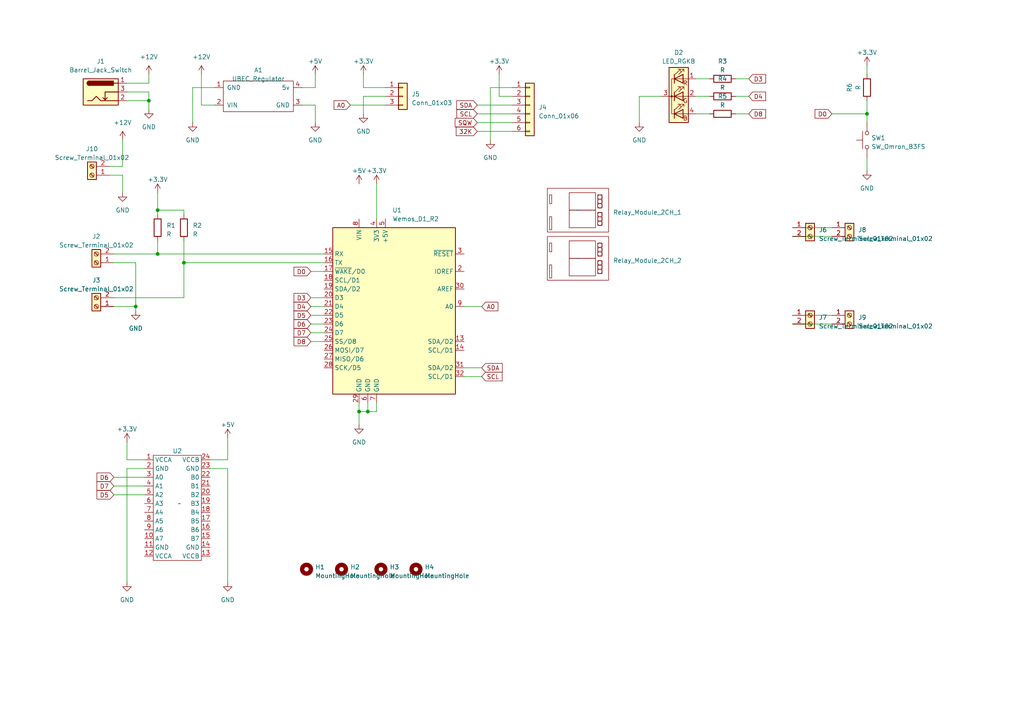
<source format=kicad_sch>
(kicad_sch (version 20230121) (generator eeschema)
  (paper "A4")
  (lib_symbols
    (symbol "Connector:Barrel_Jack_Switch" (pin_names hide)
      (property "Reference" "J" (at 0 5.334 0))
      (property "Value" "Barrel_Jack_Switch" (at 0 -5.08 0))
      (symbol "Barrel_Jack_Switch_0_1"
        (rectangle (start -5.08 3.81) (end 5.08 -3.81) (stroke (width 0.254)) (fill (type background)))
        (arc (start -3.302 3.175) (mid -3.9343 2.54) (end -3.302 1.905) (stroke (width 0.254)))
        (arc (start -3.302 3.175) (mid -3.9343 2.54) (end -3.302 1.905) (stroke (width 0.254)) (fill (type outline)))
        (polyline (pts (xy 1.27 -2.286) (xy 1.905 -1.651)) (stroke (width 0.254)))
        (polyline (pts (xy 5.08 2.54) (xy 3.81 2.54)) (stroke (width 0.254)))
        (polyline (pts (xy 5.08 0) (xy 1.27 0) (xy 1.27 -2.286) (xy 0.635 -1.651)) (stroke (width 0.254)))
        (polyline (pts (xy -3.81 -2.54) (xy -2.54 -2.54) (xy -1.27 -1.27) (xy 0 -2.54) (xy 2.54 -2.54) (xy 5.08 -2.54)) (stroke (width 0.254)))
        (rectangle (start 3.683 3.175) (end -3.302 1.905) (stroke (width 0.254)) (fill (type outline)))
      )
      (symbol "Barrel_Jack_Switch_1_1"
        (pin passive line (at 7.62 2.54 180) (length 2.54) (name "~") (number "1"))
        (pin passive line (at 7.62 -2.54 180) (length 2.54) (name "~") (number "2"))
        (pin passive line (at 7.62 0 180) (length 2.54) (name "~") (number "3"))
      )
    )
    (symbol "Connector:Screw_Terminal_01x02" (pin_names (offset 1.016) hide)
      (property "Reference" "J" (at 0 2.54 0))
      (property "Value" "Screw_Terminal_01x02" (at 0 -5.08 0))
      (symbol "Screw_Terminal_01x02_1_1"
        (rectangle (start -1.27 1.27) (end 1.27 -3.81) (stroke (width 0.254)) (fill (type background)))
        (circle (center 0 -2.54) (radius 0.635) (stroke (width 0.1524)))
        (polyline (pts (xy -0.5334 -2.2098) (xy 0.3302 -3.048)) (stroke (width 0.1524)))
        (polyline (pts (xy -0.5334 0.3302) (xy 0.3302 -0.508)) (stroke (width 0.1524)))
        (polyline (pts (xy -0.3556 -2.032) (xy 0.508 -2.8702)) (stroke (width 0.1524)))
        (polyline (pts (xy -0.3556 0.508) (xy 0.508 -0.3302)) (stroke (width 0.1524)))
        (circle (center 0 0) (radius 0.635) (stroke (width 0.1524)))
        (pin passive line (at -5.08 0 0) (length 3.81) (name "Pin_1") (number "1"))
        (pin passive line (at -5.08 -2.54 0) (length 3.81) (name "Pin_2") (number "2"))
      )
    )
    (symbol "Connector_Generic:Conn_01x03" (pin_names (offset 1.016) hide)
      (property "Reference" "J" (at 0 5.08 0))
      (property "Value" "Conn_01x03" (at 0 -5.08 0))
      (symbol "Conn_01x03_1_1"
        (rectangle (start -1.27 -2.413) (end 0 -2.667) (stroke (width 0.1524)))
        (rectangle (start -1.27 0.127) (end 0 -0.127) (stroke (width 0.1524)))
        (rectangle (start -1.27 2.667) (end 0 2.413) (stroke (width 0.1524)))
        (rectangle (start -1.27 3.81) (end 1.27 -3.81) (stroke (width 0.254)) (fill (type background)))
        (pin passive line (at -5.08 2.54 0) (length 3.81) (name "Pin_1") (number "1"))
        (pin passive line (at -5.08 0 0) (length 3.81) (name "Pin_2") (number "2"))
        (pin passive line (at -5.08 -2.54 0) (length 3.81) (name "Pin_3") (number "3"))
      )
    )
    (symbol "Connector_Generic:Conn_01x06" (pin_names (offset 1.016) hide)
      (property "Reference" "J" (at 0 7.62 0))
      (property "Value" "Conn_01x06" (at 0 -10.16 0))
      (symbol "Conn_01x06_1_1"
        (rectangle (start -1.27 -7.493) (end 0 -7.747) (stroke (width 0.1524)))
        (rectangle (start -1.27 -4.953) (end 0 -5.207) (stroke (width 0.1524)))
        (rectangle (start -1.27 -2.413) (end 0 -2.667) (stroke (width 0.1524)))
        (rectangle (start -1.27 0.127) (end 0 -0.127) (stroke (width 0.1524)))
        (rectangle (start -1.27 2.667) (end 0 2.413) (stroke (width 0.1524)))
        (rectangle (start -1.27 5.207) (end 0 4.953) (stroke (width 0.1524)))
        (rectangle (start -1.27 6.35) (end 1.27 -8.89) (stroke (width 0.254)) (fill (type background)))
        (pin passive line (at -5.08 5.08 0) (length 3.81) (name "Pin_1") (number "1"))
        (pin passive line (at -5.08 2.54 0) (length 3.81) (name "Pin_2") (number "2"))
        (pin passive line (at -5.08 0 0) (length 3.81) (name "Pin_3") (number "3"))
        (pin passive line (at -5.08 -2.54 0) (length 3.81) (name "Pin_4") (number "4"))
        (pin passive line (at -5.08 -5.08 0) (length 3.81) (name "Pin_5") (number "5"))
        (pin passive line (at -5.08 -7.62 0) (length 3.81) (name "Pin_6") (number "6"))
      )
    )
    (symbol "Device:LED_RGKB" (pin_names (offset 0) hide)
      (property "Reference" "D" (at 0 9.398 0))
      (property "Value" "LED_RGKB" (at 0 -8.89 0))
      (symbol "LED_RGKB_0_0"
        (text "B" (at 1.905 -6.35 0) (effects (font (size 1.27 1.27))))
        (text "G" (at 1.905 -1.27 0) (effects (font (size 1.27 1.27))))
        (text "R" (at 1.905 3.81 0) (effects (font (size 1.27 1.27))))
      )
      (symbol "LED_RGKB_0_1"
        (circle (center -2.032 0) (radius 0.254) (fill (type outline)))
        (polyline (pts (xy -1.27 -5.08) (xy 1.27 -5.08)))
        (polyline (pts (xy -1.27 -3.81) (xy -1.27 -6.35)) (stroke (width 0.254)))
        (polyline (pts (xy -1.27 0) (xy -2.54 0)))
        (polyline (pts (xy -1.27 1.27) (xy -1.27 -1.27)) (stroke (width 0.254)))
        (polyline (pts (xy -1.27 5.08) (xy 1.27 5.08)))
        (polyline (pts (xy -1.27 6.35) (xy -1.27 3.81)) (stroke (width 0.254)))
        (polyline (pts (xy 1.27 -5.08) (xy 2.54 -5.08)))
        (polyline (pts (xy 1.27 0) (xy -1.27 0)))
        (polyline (pts (xy 1.27 0) (xy 2.54 0)))
        (polyline (pts (xy 1.27 5.08) (xy 2.54 5.08)))
        (polyline (pts (xy -1.27 1.27) (xy -1.27 -1.27) (xy -1.27 -1.27)))
        (polyline (pts (xy -1.27 6.35) (xy -1.27 3.81) (xy -1.27 3.81)))
        (polyline (pts (xy -1.27 5.08) (xy -2.032 5.08) (xy -2.032 -5.08) (xy -1.016 -5.08)))
        (polyline (pts (xy 1.27 -3.81) (xy 1.27 -6.35) (xy -1.27 -5.08) (xy 1.27 -3.81)) (stroke (width 0.254)))
        (polyline (pts (xy 1.27 1.27) (xy 1.27 -1.27) (xy -1.27 0) (xy 1.27 1.27)) (stroke (width 0.254)))
        (polyline (pts (xy 1.27 6.35) (xy 1.27 3.81) (xy -1.27 5.08) (xy 1.27 6.35)) (stroke (width 0.254)))
        (polyline (pts (xy -1.016 -3.81) (xy 0.508 -2.286) (xy -0.254 -2.286) (xy 0.508 -2.286) (xy 0.508 -3.048)))
        (polyline (pts (xy -1.016 1.27) (xy 0.508 2.794) (xy -0.254 2.794) (xy 0.508 2.794) (xy 0.508 2.032)))
        (polyline (pts (xy -1.016 6.35) (xy 0.508 7.874) (xy -0.254 7.874) (xy 0.508 7.874) (xy 0.508 7.112)))
        (polyline (pts (xy 0 -3.81) (xy 1.524 -2.286) (xy 0.762 -2.286) (xy 1.524 -2.286) (xy 1.524 -3.048)))
        (polyline (pts (xy 0 1.27) (xy 1.524 2.794) (xy 0.762 2.794) (xy 1.524 2.794) (xy 1.524 2.032)))
        (polyline (pts (xy 0 6.35) (xy 1.524 7.874) (xy 0.762 7.874) (xy 1.524 7.874) (xy 1.524 7.112)))
        (rectangle (start 1.27 -1.27) (end 1.27 1.27))
        (rectangle (start 1.27 1.27) (end 1.27 1.27))
        (rectangle (start 1.27 3.81) (end 1.27 6.35))
        (rectangle (start 1.27 6.35) (end 1.27 6.35))
        (rectangle (start 2.794 8.382) (end -2.794 -7.62) (stroke (width 0.254)) (fill (type background)))
      )
      (symbol "LED_RGKB_1_1"
        (pin passive line (at 5.08 5.08 180) (length 2.54) (name "RA") (number "1"))
        (pin passive line (at 5.08 0 180) (length 2.54) (name "GA") (number "2"))
        (pin passive line (at -5.08 0 0) (length 2.54) (name "K") (number "3"))
        (pin passive line (at 5.08 -5.08 180) (length 2.54) (name "BA") (number "4"))
      )
    )
    (symbol "Device:R" (pin_numbers hide) (pin_names (offset 0))
      (property "Reference" "R" (at 2.032 0 90))
      (property "Value" "R" (at 0 0 90))
      (symbol "R_0_1"
        (rectangle (start -1.016 -2.54) (end 1.016 2.54) (stroke (width 0.254)))
      )
      (symbol "R_1_1"
        (pin passive line (at 0 3.81 270) (length 1.27) (name "~") (number "1"))
        (pin passive line (at 0 -3.81 90) (length 1.27) (name "~") (number "2"))
      )
    )
    (symbol "Mechanical:MountingHole" (pin_names (offset 1.016))
      (property "Reference" "H" (at 0 5.08 0))
      (property "Value" "MountingHole" (at 0 3.175 0))
      (symbol "MountingHole_0_1"
        (circle (center 0 0) (radius 1.27) (stroke (width 1.27)))
      )
    )
    (symbol "Necessary_Library:Relay_Module_2CH"
      (property "Reference" "Relay_Module_2CH_" (at 0 -3.81 0))
      (symbol "Relay_Module_2CH_0_1"
        (rectangle (start -8.89 6.35) (end 8.89 -6.35))
        (rectangle (start -8.255 -1.905) (end -7.62 -5.715))
        (rectangle (start -8.255 4.445) (end -7.62 1.905))
        (rectangle (start -2.54 0) (end 5.08 -5.08))
        (rectangle (start -2.54 5.08) (end 5.08 0))
        (rectangle (start 5.715 -0.635) (end 6.985 -4.445))
        (rectangle (start 5.715 4.445) (end 6.985 0.635))
        (circle (center 6.35 -3.81) (radius 0.635))
        (circle (center 6.35 -2.54) (radius 0.635))
        (circle (center 6.35 -1.27) (radius 0.635))
        (circle (center 6.35 1.27) (radius 0.635))
        (circle (center 6.35 2.54) (radius 0.635))
        (circle (center 6.35 3.81) (radius 0.635))
      )
    )
    (symbol "Necessary_Library:UBEC_Regulator" (pin_names (offset 1.016))
      (property "Reference" "A" (at 0 -2.54 0))
      (property "Value" "UBEC_Regulator" (at 0.635 0 0))
      (symbol "UBEC_Regulator_0_1"
        (rectangle (start -10.16 4.445) (end 10.16 -4.445))
      )
      (symbol "UBEC_Regulator_1_1"
        (pin power_in line (at -12.7 2.54 0) (length 2.54) (name "GND") (number "1"))
        (pin power_in line (at -12.7 -2.54 0) (length 2.54) (name "VIN") (number "2"))
        (pin power_out line (at 12.7 -2.54 180) (length 2.54) (name "GND") (number "3"))
        (pin power_out line (at 12.7 2.54 180) (length 2.54) (name "5v") (number "4"))
      )
    )
    (symbol "Necessary_Library:level_converter"
      (property "Reference" "U" (at 0 0 0))
      (symbol "level_converter_0_1"
        (rectangle (start -7.62 13.97) (end 6.35 -16.51))
      )
      (symbol "level_converter_1_1"
        (pin power_in line (at -10.16 12.7 0) (length 2.54) (name "VCCA") (number "1"))
        (pin bidirectional line (at -10.16 -10.16 0) (length 2.54) (name "A7") (number "10"))
        (pin power_in line (at -10.16 -12.7 0) (length 2.54) (name "GND") (number "11"))
        (pin power_in line (at -10.16 -15.24 0) (length 2.54) (name "VCCA") (number "12"))
        (pin power_in line (at 8.89 -15.24 180) (length 2.54) (name "VCCB") (number "13"))
        (pin power_in line (at 8.89 -12.7 180) (length 2.54) (name "GND") (number "14"))
        (pin bidirectional line (at 8.89 -10.16 180) (length 2.54) (name "B7") (number "15"))
        (pin bidirectional line (at 8.89 -7.62 180) (length 2.54) (name "B6") (number "16"))
        (pin bidirectional line (at 8.89 -5.08 180) (length 2.54) (name "B5") (number "17"))
        (pin bidirectional line (at 8.89 -2.54 180) (length 2.54) (name "B4") (number "18"))
        (pin bidirectional line (at 8.89 0 180) (length 2.54) (name "B3") (number "19"))
        (pin power_in line (at -10.16 10.16 0) (length 2.54) (name "GND") (number "2"))
        (pin bidirectional line (at 8.89 2.54 180) (length 2.54) (name "B2") (number "20"))
        (pin bidirectional line (at 8.89 5.08 180) (length 2.54) (name "B1") (number "21"))
        (pin bidirectional line (at 8.89 7.62 180) (length 2.54) (name "B0") (number "22"))
        (pin power_in line (at 8.89 10.16 180) (length 2.54) (name "GND") (number "23"))
        (pin power_in line (at 8.89 12.7 180) (length 2.54) (name "VCCB") (number "24"))
        (pin bidirectional line (at -10.16 7.62 0) (length 2.54) (name "A0") (number "3"))
        (pin bidirectional line (at -10.16 5.08 0) (length 2.54) (name "A1") (number "4"))
        (pin bidirectional line (at -10.16 2.54 0) (length 2.54) (name "A2") (number "5"))
        (pin bidirectional line (at -10.16 0 0) (length 2.54) (name "A3") (number "6"))
        (pin bidirectional line (at -10.16 -2.54 0) (length 2.54) (name "A4") (number "7"))
        (pin bidirectional line (at -10.16 -5.08 0) (length 2.54) (name "A5") (number "8"))
        (pin bidirectional line (at -10.16 -7.62 0) (length 2.54) (name "A6") (number "9"))
      )
    )
    (symbol "New_Library:Wemos_D1_R2"
      (property "Reference" "U" (at -10.16 23.495 0))
      (property "Value" "Wemos_D1_R2" (at 5.08 -26.67 0))
      (symbol "Wemos_D1_R2_0_1"
        (rectangle (start -10.16 22.86) (end 25.4 -25.4) (stroke (width 0.254)) (fill (type background)))
      )
      (symbol "Wemos_D1_R2_1_1"
        (pin no_connect line (at -10.16 -20.32 0) (length 2.54) hide (name "NC") (number "1"))
        (pin no_connect line (at 27.94 -2.54 180) (length 2.54) hide (name "A1") (number "10"))
        (pin no_connect line (at 27.94 -5.08 180) (length 2.54) hide (name "A2") (number "11"))
        (pin no_connect line (at 27.94 -7.62 180) (length 2.54) hide (name "A3") (number "12"))
        (pin bidirectional line (at 27.94 -10.16 180) (length 2.54) (name "SDA/D2") (number "13"))
        (pin bidirectional line (at 27.94 -12.7 180) (length 2.54) (name "SCL/D1") (number "14"))
        (pin bidirectional line (at -12.7 15.24 0) (length 2.54) (name "RX") (number "15"))
        (pin bidirectional line (at -12.7 12.7 0) (length 2.54) (name "TX") (number "16"))
        (pin bidirectional line (at -12.7 10.16 0) (length 2.54) (name "~{WAKE}/D0") (number "17"))
        (pin bidirectional line (at -12.7 7.62 0) (length 2.54) (name "SCL/D1") (number "18"))
        (pin bidirectional line (at -12.7 5.08 0) (length 2.54) (name "SDA/D2") (number "19"))
        (pin output line (at 27.94 10.16 180) (length 2.54) (name "IOREF") (number "2"))
        (pin bidirectional line (at -12.7 2.54 0) (length 2.54) (name "D3") (number "20"))
        (pin bidirectional line (at -12.7 0 0) (length 2.54) (name "D4") (number "21"))
        (pin bidirectional line (at -12.7 -2.54 0) (length 2.54) (name "D5") (number "22"))
        (pin bidirectional line (at -12.7 -5.08 0) (length 2.54) (name "D6") (number "23"))
        (pin bidirectional line (at -12.7 -7.62 0) (length 2.54) (name "D7") (number "24"))
        (pin bidirectional line (at -12.7 -10.16 0) (length 2.54) (name "SS/D8") (number "25"))
        (pin bidirectional line (at -12.7 -12.7 0) (length 2.54) (name "MOSI/D7") (number "26"))
        (pin bidirectional line (at -12.7 -15.24 0) (length 2.54) (name "MISO/D6") (number "27"))
        (pin bidirectional line (at -12.7 -17.78 0) (length 2.54) (name "SCK/D5") (number "28"))
        (pin power_in line (at -2.54 -27.94 90) (length 2.54) (name "GND") (number "29"))
        (pin input line (at 27.94 15.24 180) (length 2.54) (name "~{RESET}") (number "3"))
        (pin input line (at 27.94 5.08 180) (length 2.54) (name "AREF") (number "30"))
        (pin bidirectional line (at 27.94 -17.78 180) (length 2.54) (name "SDA/D2") (number "31"))
        (pin bidirectional line (at 27.94 -20.32 180) (length 2.54) (name "SCL/D1") (number "32"))
        (pin power_out line (at 2.54 25.4 270) (length 2.54) (name "3V3") (number "4"))
        (pin power_out line (at 5.08 25.4 270) (length 2.54) (name "+5V") (number "5"))
        (pin power_in line (at 0 -27.94 90) (length 2.54) (name "GND") (number "6"))
        (pin power_in line (at 2.54 -27.94 90) (length 2.54) (name "GND") (number "7"))
        (pin power_in line (at -2.54 25.4 270) (length 2.54) (name "VIN") (number "8"))
        (pin bidirectional line (at 27.94 0 180) (length 2.54) (name "A0") (number "9"))
      )
    )
    (symbol "Switch:SW_Omron_B3FS" (pin_numbers hide) (pin_names (offset 1.016) hide)
      (property "Reference" "SW" (at 1.27 2.54 0))
      (property "Value" "SW_Omron_B3FS" (at 0 -1.524 0))
      (symbol "SW_Omron_B3FS_0_1"
        (circle (center -2.032 0) (radius 0.508))
        (polyline (pts (xy 0 1.27) (xy 0 3.048)))
        (polyline (pts (xy 2.54 1.27) (xy -2.54 1.27)))
        (circle (center 2.032 0) (radius 0.508))
        (pin passive line (at -5.08 0 0) (length 2.54) (name "1") (number "1"))
        (pin passive line (at 5.08 0 180) (length 2.54) (name "2") (number "2"))
      )
    )
    (symbol "power:+12V" (power) (pin_names (offset 0))
      (property "Value" "+12V" (at 0 3.556 0))
      (symbol "+12V_0_1"
        (polyline (pts (xy -0.762 1.27) (xy 0 2.54)))
        (polyline (pts (xy 0 0) (xy 0 2.54)))
        (polyline (pts (xy 0 2.54) (xy 0.762 1.27)))
      )
      (symbol "+12V_1_1"
        (pin power_in line (at 0 0 90) (length 0) hide (name "+12V") (number "1"))
      )
    )
    (symbol "power:+3.3V" (power) (pin_names (offset 0))
      (property "Value" "+3.3V" (at 0 3.556 0))
      (symbol "+3.3V_0_1"
        (polyline (pts (xy -0.762 1.27) (xy 0 2.54)))
        (polyline (pts (xy 0 0) (xy 0 2.54)))
        (polyline (pts (xy 0 2.54) (xy 0.762 1.27)))
      )
      (symbol "+3.3V_1_1"
        (pin power_in line (at 0 0 90) (length 0) hide (name "+3.3V") (number "1"))
      )
    )
    (symbol "power:+5V" (power) (pin_names (offset 0))
      (property "Value" "+5V" (at 0 3.556 0))
      (symbol "+5V_0_1"
        (polyline (pts (xy -0.762 1.27) (xy 0 2.54)))
        (polyline (pts (xy 0 0) (xy 0 2.54)))
        (polyline (pts (xy 0 2.54) (xy 0.762 1.27)))
      )
      (symbol "+5V_1_1"
        (pin power_in line (at 0 0 90) (length 0) hide (name "+5V") (number "1"))
      )
    )
    (symbol "power:GND" (power) (pin_names (offset 0))
      (property "Value" "GND" (at 0 -3.81 0))
      (symbol "GND_0_1"
        (polyline (pts (xy 0 0) (xy 0 -1.27) (xy 1.27 -1.27) (xy 0 -2.54) (xy -1.27 -1.27) (xy 0 -1.27)))
      )
      (symbol "GND_1_1"
        (pin power_in line (at 0 0 270) (length 0) hide (name "GND") (number "1"))
      )
    )
  )
  (junction (at 43.18 29.21))
  (junction (at 39.37 88.9))
  (junction (at 53.34 76.2))
  (junction (at 45.72 73.66))
  (junction (at 104.14 119.38))
  (junction (at 106.68 119.38))
  (junction (at 45.72 60.96))
  (junction (at 251.46 33.02))
  (wire (pts (xy 90.17 93.98) (xy 93.98 93.98)))
  (wire (pts (xy 106.68 119.38) (xy 104.14 119.38)))
  (wire (pts (xy 35.56 40.64) (xy 35.56 48.26)))
  (wire (pts (xy 138.43 30.48) (xy 148.59 30.48)))
  (wire (pts (xy 45.72 60.96) (xy 45.72 62.23)))
  (wire (pts (xy 36.83 29.21) (xy 43.18 29.21)))
  (wire (pts (xy 134.62 109.22) (xy 139.7 109.22)))
  (wire (pts (xy 134.62 106.68) (xy 139.7 106.68)))
  (wire (pts (xy 90.17 91.44) (xy 93.98 91.44)))
  (wire (pts (xy 105.41 33.02) (xy 105.41 27.94)))
  (wire (pts (xy 205.74 33.02) (xy 201.93 33.02)))
  (wire (pts (xy 251.46 29.21) (xy 251.46 33.02)))
  (wire (pts (xy 109.22 116.84) (xy 109.22 119.38)))
  (wire (pts (xy 66.04 135.89) (xy 66.04 168.91)))
  (wire (pts (xy 104.14 119.38) (xy 104.14 123.19)))
  (wire (pts (xy 217.17 22.86) (xy 213.36 22.86)))
  (wire (pts (xy 60.96 133.35) (xy 66.04 133.35)))
  (wire (pts (xy 60.96 135.89) (xy 66.04 135.89)))
  (wire (pts (xy 53.34 62.23) (xy 53.34 60.96)))
  (wire (pts (xy 53.34 60.96) (xy 45.72 60.96)))
  (wire (pts (xy 33.02 88.9) (xy 39.37 88.9)))
  (wire (pts (xy 138.43 35.56) (xy 148.59 35.56)))
  (wire (pts (xy 31.75 48.26) (xy 35.56 48.26)))
  (wire (pts (xy 33.02 138.43) (xy 41.91 138.43)))
  (wire (pts (xy 90.17 88.9) (xy 93.98 88.9)))
  (wire (pts (xy 144.78 27.94) (xy 144.78 21.59)))
  (wire (pts (xy 134.62 88.9) (xy 139.7 88.9)))
  (wire (pts (xy 205.74 22.86) (xy 201.93 22.86)))
  (wire (pts (xy 90.17 96.52) (xy 93.98 96.52)))
  (wire (pts (xy 229.87 68.58) (xy 241.3 68.58)))
  (wire (pts (xy 138.43 38.1) (xy 148.59 38.1)))
  (wire (pts (xy 43.18 29.21) (xy 43.18 31.75)))
  (wire (pts (xy 109.22 119.38) (xy 106.68 119.38)))
  (wire (pts (xy 138.43 33.02) (xy 148.59 33.02)))
  (wire (pts (xy 43.18 26.67) (xy 43.18 29.21)))
  (wire (pts (xy 36.83 168.91) (xy 36.83 135.89)))
  (wire (pts (xy 251.46 33.02) (xy 251.46 35.56)))
  (wire (pts (xy 33.02 86.36) (xy 53.34 86.36)))
  (wire (pts (xy 185.42 27.94) (xy 191.77 27.94)))
  (wire (pts (xy 251.46 45.72) (xy 251.46 49.53)))
  (wire (pts (xy 58.42 21.59) (xy 58.42 30.48)))
  (wire (pts (xy 91.44 30.48) (xy 87.63 30.48)))
  (wire (pts (xy 104.14 116.84) (xy 104.14 119.38)))
  (wire (pts (xy 91.44 30.48) (xy 91.44 35.56)))
  (wire (pts (xy 91.44 25.4) (xy 87.63 25.4)))
  (wire (pts (xy 53.34 69.85) (xy 53.34 76.2)))
  (wire (pts (xy 33.02 143.51) (xy 41.91 143.51)))
  (wire (pts (xy 241.3 33.02) (xy 251.46 33.02)))
  (wire (pts (xy 58.42 30.48) (xy 62.23 30.48)))
  (wire (pts (xy 45.72 73.66) (xy 93.98 73.66)))
  (wire (pts (xy 229.87 66.04) (xy 241.3 66.04)))
  (wire (pts (xy 90.17 86.36) (xy 93.98 86.36)))
  (wire (pts (xy 53.34 86.36) (xy 53.34 76.2)))
  (wire (pts (xy 105.41 21.59) (xy 105.41 25.4)))
  (wire (pts (xy 36.83 26.67) (xy 43.18 26.67)))
  (wire (pts (xy 35.56 50.8) (xy 35.56 55.88)))
  (wire (pts (xy 45.72 55.88) (xy 45.72 60.96)))
  (wire (pts (xy 148.59 25.4) (xy 142.24 25.4)))
  (wire (pts (xy 53.34 76.2) (xy 93.98 76.2)))
  (wire (pts (xy 101.6 30.48) (xy 111.76 30.48)))
  (wire (pts (xy 109.22 53.34) (xy 109.22 63.5)))
  (wire (pts (xy 90.17 99.06) (xy 93.98 99.06)))
  (wire (pts (xy 251.46 19.05) (xy 251.46 21.59)))
  (wire (pts (xy 55.88 25.4) (xy 55.88 35.56)))
  (wire (pts (xy 36.83 24.13) (xy 43.18 24.13)))
  (wire (pts (xy 33.02 73.66) (xy 45.72 73.66)))
  (wire (pts (xy 217.17 33.02) (xy 213.36 33.02)))
  (wire (pts (xy 41.91 133.35) (xy 36.83 133.35)))
  (wire (pts (xy 39.37 88.9) (xy 39.37 90.17)))
  (wire (pts (xy 39.37 76.2) (xy 39.37 88.9)))
  (wire (pts (xy 33.02 140.97) (xy 41.91 140.97)))
  (wire (pts (xy 185.42 35.56) (xy 185.42 27.94)))
  (wire (pts (xy 36.83 135.89) (xy 41.91 135.89)))
  (wire (pts (xy 217.17 27.94) (xy 213.36 27.94)))
  (wire (pts (xy 36.83 133.35) (xy 36.83 128.27)))
  (wire (pts (xy 33.02 76.2) (xy 39.37 76.2)))
  (wire (pts (xy 66.04 133.35) (xy 66.04 127)))
  (wire (pts (xy 105.41 27.94) (xy 111.76 27.94)))
  (wire (pts (xy 62.23 25.4) (xy 55.88 25.4)))
  (wire (pts (xy 45.72 69.85) (xy 45.72 73.66)))
  (wire (pts (xy 106.68 116.84) (xy 106.68 119.38)))
  (wire (pts (xy 229.87 93.98) (xy 241.3 93.98)))
  (wire (pts (xy 43.18 24.13) (xy 43.18 21.59)))
  (wire (pts (xy 229.87 91.44) (xy 241.3 91.44)))
  (wire (pts (xy 91.44 21.59) (xy 91.44 25.4)))
  (wire (pts (xy 90.17 78.74) (xy 93.98 78.74)))
  (wire (pts (xy 111.76 25.4) (xy 105.41 25.4)))
  (wire (pts (xy 31.75 50.8) (xy 35.56 50.8)))
  (wire (pts (xy 148.59 27.94) (xy 144.78 27.94)))
  (wire (pts (xy 142.24 25.4) (xy 142.24 40.64)))
  (wire (pts (xy 205.74 27.94) (xy 201.93 27.94)))
  (global_label "D5" (shape input) (at 90.17 91.44 180) (property "Intersheetrefs" "${INTERSHEET_REFS}" (effects hide)))
  (global_label "SDA" (shape input) (at 138.43 30.48 180) (property "Intersheetrefs" "${INTERSHEET_REFS}" (effects hide)))
  (global_label "A0" (shape input) (at 139.7 88.9 0) (property "Intersheetrefs" "${INTERSHEET_REFS}" (effects hide)))
  (global_label "SDA" (shape input) (at 139.7 106.68 0) (property "Intersheetrefs" "${INTERSHEET_REFS}" (effects hide)))
  (global_label "SQW" (shape input) (at 138.43 35.56 180) (property "Intersheetrefs" "${INTERSHEET_REFS}" (effects hide)))
  (global_label "D5" (shape input) (at 33.02 143.51 180) (property "Intersheetrefs" "${INTERSHEET_REFS}" (effects hide)))
  (global_label "D7" (shape input) (at 33.02 140.97 180) (property "Intersheetrefs" "${INTERSHEET_REFS}" (effects hide)))
  (global_label "SCL" (shape input) (at 139.7 109.22 0) (property "Intersheetrefs" "${INTERSHEET_REFS}" (effects hide)))
  (global_label "D3" (shape input) (at 217.17 22.86 0) (property "Intersheetrefs" "${INTERSHEET_REFS}" (effects hide)))
  (global_label "D6" (shape input) (at 90.17 93.98 180) (property "Intersheetrefs" "${INTERSHEET_REFS}" (effects hide)))
  (global_label "D8" (shape input) (at 90.17 99.06 180) (property "Intersheetrefs" "${INTERSHEET_REFS}" (effects hide)))
  (global_label "D0" (shape input) (at 241.3 33.02 180) (property "Intersheetrefs" "${INTERSHEET_REFS}" (effects hide)))
  (global_label "SCL" (shape input) (at 138.43 33.02 180) (property "Intersheetrefs" "${INTERSHEET_REFS}" (effects hide)))
  (global_label "A0" (shape input) (at 101.6 30.48 180) (property "Intersheetrefs" "${INTERSHEET_REFS}" (effects hide)))
  (global_label "D7" (shape input) (at 90.17 96.52 180) (property "Intersheetrefs" "${INTERSHEET_REFS}" (effects hide)))
  (global_label "D3" (shape input) (at 90.17 86.36 180) (property "Intersheetrefs" "${INTERSHEET_REFS}" (effects hide)))
  (global_label "32K" (shape input) (at 138.43 38.1 180) (property "Intersheetrefs" "${INTERSHEET_REFS}" (effects hide)))
  (global_label "D6" (shape input) (at 33.02 138.43 180) (property "Intersheetrefs" "${INTERSHEET_REFS}" (effects hide)))
  (global_label "D0" (shape input) (at 90.17 78.74 180) (property "Intersheetrefs" "${INTERSHEET_REFS}" (effects hide)))
  (global_label "D4" (shape input) (at 217.17 27.94 0) (property "Intersheetrefs" "${INTERSHEET_REFS}" (effects hide)))
  (global_label "D4" (shape input) (at 90.17 88.9 180) (property "Intersheetrefs" "${INTERSHEET_REFS}" (effects hide)))
  (global_label "D8" (shape input) (at 217.17 33.02 0) (property "Intersheetrefs" "${INTERSHEET_REFS}" (effects hide)))
  (symbol (lib_id "Connector:Screw_Terminal_01x02") (at 27.94 76.2 180) (unit 1)
    (property "Reference" "J2" (at 27.94 68.58 0))
    (property "Value" "Screw_Terminal_01x02" (at 27.94 71.12 0))
    (property "Footprint" "TerminalBlock_Phoenix:TerminalBlock_Phoenix_MKDS-1,5-2_1x02_P5.00mm_Horizontal" (effects hide))
  )
  (symbol (lib_id "power:+5V") (at 104.14 53.34 0) (unit 1)
    (property "Reference" "#PWR019" (effects hide))
    (property "Value" "+5V" (at 104.14 49.53 0))
  )
  (symbol (lib_id "Connector_Generic:Conn_01x03") (at 116.84 27.94 0) (unit 1)
    (property "Reference" "J5" (at 119.38 27.305 0) (effects (justify left)))
    (property "Value" "Conn_01x03" (at 119.38 29.845 0) (effects (justify left)))
    (property "Footprint" "Connector_PinSocket_2.54mm:PinSocket_1x03_P2.54mm_Vertical" (effects hide))
  )
  (symbol (lib_id "Connector:Screw_Terminal_01x02") (at 234.95 91.44 0) (unit 1)
    (property "Reference" "J7" (at 237.49 92.075 0) (effects (justify left)))
    (property "Value" "Screw_Terminal_01x02" (at 237.49 94.615 0) (effects (justify left)))
    (property "Footprint" "TerminalBlock_Phoenix:TerminalBlock_Phoenix_MKDS-1,5-2_1x02_P5.00mm_Horizontal" (effects hide))
  )
  (symbol (lib_id "Necessary_Library:Relay_Module_2CH") (at 167.64 74.93 0) (unit 1)
    (property "Reference" "Relay_Module_2CH_2" (at 177.8 75.565 0) (effects (justify left)))
    (property "Value" "~" (at 167.64 74.93 0))
    (property "Footprint" "necessary library:Relay_Module_2CH" (effects hide))
  )
  (symbol (lib_id "Device:R") (at 45.72 66.04 180) (unit 1)
    (property "Reference" "R1" (at 48.26 65.405 0) (effects (justify right)))
    (property "Value" "R" (at 48.26 67.945 0) (effects (justify right)))
    (property "Footprint" "Resistor_THT:R_Axial_DIN0207_L6.3mm_D2.5mm_P10.16mm_Horizontal" (effects hide))
  )
  (symbol (lib_id "Mechanical:MountingHole") (at 99.06 165.1 0) (unit 1)
    (property "Reference" "H2" (at 101.6 164.465 0) (effects (justify left)))
    (property "Value" "MountingHole" (at 101.6 167.005 0) (effects (justify left)))
    (property "Footprint" "MountingHole:MountingHole_3.2mm_M3" (effects hide))
  )
  (symbol (lib_id "Mechanical:MountingHole") (at 120.65 165.1 0) (unit 1)
    (property "Reference" "H4" (at 123.19 164.465 0) (effects (justify left)))
    (property "Value" "MountingHole" (at 123.19 167.005 0) (effects (justify left)))
    (property "Footprint" "MountingHole:MountingHole_3.2mm_M3" (effects hide))
  )
  (symbol (lib_id "Mechanical:MountingHole") (at 110.49 165.1 0) (unit 1)
    (property "Reference" "H3" (at 113.03 164.465 0) (effects (justify left)))
    (property "Value" "MountingHole" (at 113.03 167.005 0) (effects (justify left)))
    (property "Footprint" "MountingHole:MountingHole_3.2mm_M3" (effects hide))
  )
  (symbol (lib_id "Device:R") (at 251.46 25.4 0) (unit 1)
    (property "Reference" "R6" (at 246.38 25.4 90))
    (property "Value" "R" (at 248.92 25.4 90))
    (property "Footprint" "Resistor_THT:R_Axial_DIN0207_L6.3mm_D2.5mm_P10.16mm_Horizontal" (effects hide))
  )
  (symbol (lib_id "Device:LED_RGKB") (at 196.85 27.94 0) (unit 1)
    (property "Reference" "D2" (at 196.85 15.24 0))
    (property "Value" "LED_RGKB" (at 196.85 17.78 0))
    (property "Footprint" "LED_THT:LED_D5.0mm-4_RGB" (effects hide))
  )
  (symbol (lib_id "Switch:SW_Omron_B3FS") (at 251.46 40.64 90) (unit 1)
    (property "Reference" "SW1" (at 252.73 40.005 90) (effects (justify right)))
    (property "Value" "SW_Omron_B3FS" (at 252.73 42.545 90) (effects (justify right)))
    (property "Footprint" "Button_Switch_THT:SW_PUSH_6mm" (effects hide))
    (property "Datasheet" "https://omronfs.omron.com/en_US/ecb/products/pdf/en-b3fs.pdf" (effects hide))
  )
  (symbol (lib_id "Necessary_Library:Relay_Module_2CH") (at 167.64 60.96 0) (unit 1)
    (property "Reference" "Relay_Module_2CH_1" (at 177.8 61.595 0) (effects (justify left)))
    (property "Value" "~" (at 167.64 60.96 0))
    (property "Footprint" "necessary library:Relay_Module_2CH" (effects hide))
  )
  (symbol (lib_id "power:GND") (at 185.42 35.56 0) (unit 1)
    (property "Reference" "#PWR013" (effects hide))
    (property "Value" "GND" (at 185.42 40.64 0))
  )
  (symbol (lib_id "power:+3.3V") (at 45.72 55.88 0) (unit 1)
    (property "Reference" "#PWR08" (effects hide))
    (property "Value" "+3.3V" (at 45.72 52.07 0))
  )
  (symbol (lib_id "Necessary_Library:UBEC_Regulator") (at 74.93 27.94 0) (unit 1)
    (property "Reference" "A1" (at 74.93 20.32 0))
    (property "Value" "UBEC_Regulator" (at 74.93 22.86 0))
    (property "Footprint" "necessary library:UBEC_Reg" (effects hide))
  )
  (symbol (lib_id "power:+12V") (at 58.42 21.59 0) (unit 1)
    (property "Reference" "#PWR04" (effects hide))
    (property "Value" "+12V" (at 58.42 16.51 0))
  )
  (symbol (lib_id "power:GND") (at 251.46 49.53 0) (unit 1)
    (property "Reference" "#PWR018" (effects hide))
    (property "Value" "GND" (at 251.46 54.61 0))
  )
  (symbol (lib_id "power:GND") (at 55.88 35.56 0) (unit 1)
    (property "Reference" "#PWR03" (effects hide))
    (property "Value" "GND" (at 55.88 40.64 0))
  )
  (symbol (lib_id "Connector:Screw_Terminal_01x02") (at 246.38 91.44 0) (unit 1)
    (property "Reference" "J9" (at 248.92 92.075 0) (effects (justify left)))
    (property "Value" "Screw_Terminal_01x02" (at 248.92 94.615 0) (effects (justify left)))
    (property "Footprint" "TerminalBlock_Phoenix:TerminalBlock_Phoenix_MKDS-1,5-2_1x02_P5.00mm_Horizontal" (effects hide))
  )
  (symbol (lib_id "power:GND") (at 91.44 35.56 0) (unit 1)
    (property "Reference" "#PWR02" (effects hide))
    (property "Value" "GND" (at 91.44 40.64 0))
  )
  (symbol (lib_id "Device:R") (at 209.55 22.86 90) (mirror x) (unit 1)
    (property "Reference" "R3" (at 209.55 17.78 90))
    (property "Value" "R" (at 209.55 20.32 90))
    (property "Footprint" "Resistor_THT:R_Axial_DIN0207_L6.3mm_D2.5mm_P10.16mm_Horizontal" (effects hide))
  )
  (symbol (lib_id "power:GND") (at 39.37 90.17 0) (unit 1)
    (property "Reference" "#PWR06" (effects hide))
    (property "Value" "GND" (at 39.37 95.25 0))
  )
  (symbol (lib_id "power:GND") (at 104.14 123.19 0) (unit 1)
    (property "Reference" "#PWR0103" (effects hide))
    (property "Value" "GND" (at 104.14 128.27 0))
  )
  (symbol (lib_id "New_Library:Wemos_D1_R2") (at 106.68 88.9 0) (unit 1)
    (property "Reference" "U1" (at 113.7794 60.96 0) (effects (justify left)))
    (property "Value" "Wemos_D1_R2" (at 113.7794 63.5 0) (effects (justify left)))
    (property "Footprint" "necessary library:wemos_d1_r2" (effects hide))
  )
  (symbol (lib_id "power:GND") (at 105.41 33.02 0) (unit 1)
    (property "Reference" "#PWR010" (effects hide))
    (property "Value" "GND" (at 105.41 38.1 0))
  )
  (symbol (lib_id "power:+12V") (at 35.56 40.64 0) (unit 1)
    (property "Reference" "#PWR020" (effects hide))
    (property "Value" "+12V" (at 35.56 35.56 0))
  )
  (symbol (lib_id "power:GND") (at 43.18 31.75 0) (unit 1)
    (property "Reference" "#PWR0102" (effects hide))
    (property "Value" "GND" (at 43.18 36.83 0))
  )
  (symbol (lib_id "power:+12V") (at 43.18 21.59 0) (unit 1)
    (property "Reference" "#PWR0101" (effects hide))
    (property "Value" "+12V" (at 43.18 16.51 0))
  )
  (symbol (lib_id "power:+3.3V") (at 144.78 21.59 0) (unit 1)
    (property "Reference" "#PWR011" (effects hide))
    (property "Value" "+3.3V" (at 144.78 17.78 0))
  )
  (symbol (lib_id "power:+5V") (at 66.04 127 0) (unit 1)
    (property "Reference" "#PWR015" (effects hide))
    (property "Value" "+5V" (at 66.04 123.19 0))
  )
  (symbol (lib_id "Connector:Barrel_Jack_Switch") (at 29.21 26.67 0) (unit 1)
    (property "Reference" "J1" (at 29.21 17.78 0))
    (property "Value" "Barrel_Jack_Switch" (at 29.21 20.32 0))
    (property "Footprint" "Connector_BarrelJack:BarrelJack_Horizontal" (effects hide))
  )
  (symbol (lib_id "Device:R") (at 53.34 66.04 180) (unit 1)
    (property "Reference" "R2" (at 55.88 65.405 0) (effects (justify right)))
    (property "Value" "R" (at 55.88 67.945 0) (effects (justify right)))
    (property "Footprint" "Resistor_THT:R_Axial_DIN0207_L6.3mm_D2.5mm_P10.16mm_Horizontal" (effects hide))
  )
  (symbol (lib_id "Connector:Screw_Terminal_01x02") (at 234.95 66.04 0) (unit 1)
    (property "Reference" "J6" (at 237.49 66.675 0) (effects (justify left)))
    (property "Value" "Screw_Terminal_01x02" (at 237.49 69.215 0) (effects (justify left)))
    (property "Footprint" "TerminalBlock_Phoenix:TerminalBlock_Phoenix_MKDS-1,5-2_1x02_P5.00mm_Horizontal" (effects hide))
  )
  (symbol (lib_id "power:GND") (at 66.04 168.91 0) (unit 1)
    (property "Reference" "#PWR016" (effects hide))
    (property "Value" "GND" (at 66.04 173.99 0))
  )
  (symbol (lib_id "Connector:Screw_Terminal_01x02") (at 26.67 50.8 180) (unit 1)
    (property "Reference" "J10" (at 26.67 43.18 0))
    (property "Value" "Screw_Terminal_01x02" (at 26.67 45.72 0))
    (property "Footprint" "TerminalBlock_Phoenix:TerminalBlock_Phoenix_MKDS-1,5-2_1x02_P5.00mm_Horizontal" (effects hide))
  )
  (symbol (lib_id "Device:R") (at 209.55 27.94 90) (mirror x) (unit 1)
    (property "Reference" "R4" (at 209.55 22.86 90))
    (property "Value" "R" (at 209.55 25.4 90))
    (property "Footprint" "Resistor_THT:R_Axial_DIN0207_L6.3mm_D2.5mm_P10.16mm_Horizontal" (effects hide))
  )
  (symbol (lib_id "power:+5V") (at 91.44 21.59 0) (unit 1)
    (property "Reference" "#PWR01" (effects hide))
    (property "Value" "+5V" (at 91.44 17.78 0))
  )
  (symbol (lib_id "power:GND") (at 35.56 55.88 0) (unit 1)
    (property "Reference" "#PWR021" (effects hide))
    (property "Value" "GND" (at 35.56 60.96 0))
  )
  (symbol (lib_id "power:+3.3V") (at 109.22 53.34 0) (unit 1)
    (property "Reference" "#PWR07" (effects hide))
    (property "Value" "+3.3V" (at 109.22 49.53 0))
  )
  (symbol (lib_id "power:+3.3V") (at 105.41 21.59 0) (unit 1)
    (property "Reference" "#PWR09" (effects hide))
    (property "Value" "+3.3V" (at 105.41 17.78 0))
  )
  (symbol (lib_id "power:+3.3V") (at 36.83 128.27 0) (unit 1)
    (property "Reference" "#PWR014" (effects hide))
    (property "Value" "+3.3V" (at 36.83 124.46 0))
  )
  (symbol (lib_id "Necessary_Library:level_converter") (at 52.07 146.05 0) (unit 1)
    (property "Reference" "U2" (at 51.435 130.81 0))
    (property "Value" "~" (at 52.07 146.05 0))
    (property "Footprint" "necessary library:level_converter" (effects hide))
  )
  (symbol (lib_id "Device:R") (at 209.55 33.02 90) (mirror x) (unit 1)
    (property "Reference" "R5" (at 209.55 27.94 90))
    (property "Value" "R" (at 209.55 30.48 90))
    (property "Footprint" "Resistor_THT:R_Axial_DIN0207_L6.3mm_D2.5mm_P10.16mm_Horizontal" (effects hide))
  )
  (symbol (lib_id "Mechanical:MountingHole") (at 88.9 165.1 0) (unit 1)
    (property "Reference" "H1" (at 91.44 164.465 0) (effects (justify left)))
    (property "Value" "MountingHole" (at 91.44 167.005 0) (effects (justify left)))
    (property "Footprint" "MountingHole:MountingHole_3.2mm_M3" (effects hide))
  )
  (symbol (lib_id "Connector:Screw_Terminal_01x02") (at 246.38 66.04 0) (unit 1)
    (property "Reference" "J8" (at 248.92 66.675 0) (effects (justify left)))
    (property "Value" "Screw_Terminal_01x02" (at 248.92 69.215 0) (effects (justify left)))
    (property "Footprint" "TerminalBlock_Phoenix:TerminalBlock_Phoenix_MKDS-1,5-2_1x02_P5.00mm_Horizontal" (effects hide))
  )
  (symbol (lib_id "power:GND") (at 142.24 40.64 0) (unit 1)
    (property "Reference" "#PWR012" (effects hide))
    (property "Value" "GND" (at 142.24 45.72 0))
  )
  (symbol (lib_id "power:+3.3V") (at 251.46 19.05 0) (unit 1)
    (property "Reference" "#PWR017" (effects hide))
    (property "Value" "+3.3V" (at 251.46 15.24 0))
  )
  (symbol (lib_id "Connector_Generic:Conn_01x06") (at 153.67 30.48 0) (unit 1)
    (property "Reference" "J4" (at 156.21 31.115 0) (effects (justify left)))
    (property "Value" "Conn_01x06" (at 156.21 33.655 0) (effects (justify left)))
    (property "Footprint" "Connector_PinSocket_2.54mm:PinSocket_1x06_P2.54mm_Vertical" (effects hide))
  )
  (symbol (lib_id "Connector:Screw_Terminal_01x02") (at 27.94 88.9 180) (unit 1)
    (property "Reference" "J3" (at 27.94 81.28 0))
    (property "Value" "Screw_Terminal_01x02" (at 27.94 83.82 0))
    (property "Footprint" "TerminalBlock_Phoenix:TerminalBlock_Phoenix_MKDS-1,5-2_1x02_P5.00mm_Horizontal" (effects hide))
  )
  (symbol (lib_id "power:GND") (at 36.83 168.91 0) (unit 1)
    (property "Reference" "#PWR05" (effects hide))
    (property "Value" "GND" (at 36.83 173.99 0))
  )
)
</source>
